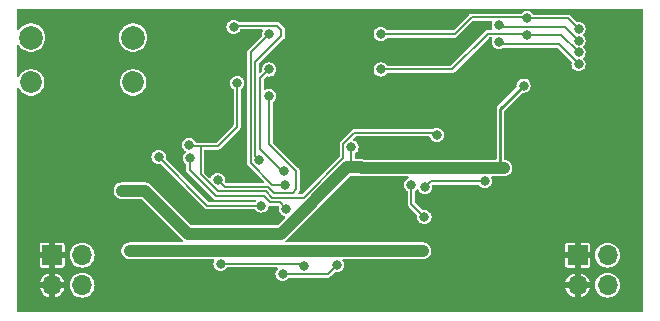
<source format=gbr>
%TF.GenerationSoftware,KiCad,Pcbnew,7.0.2-6a45011f42~172~ubuntu22.04.1*%
%TF.CreationDate,2023-06-08T14:15:44-07:00*%
%TF.ProjectId,usb-breadboard-power,7573622d-6272-4656-9164-626f6172642d,v1.0*%
%TF.SameCoordinates,Original*%
%TF.FileFunction,Copper,L2,Bot*%
%TF.FilePolarity,Positive*%
%FSLAX46Y46*%
G04 Gerber Fmt 4.6, Leading zero omitted, Abs format (unit mm)*
G04 Created by KiCad (PCBNEW 7.0.2-6a45011f42~172~ubuntu22.04.1) date 2023-06-08 14:15:44*
%MOMM*%
%LPD*%
G01*
G04 APERTURE LIST*
%TA.AperFunction,ComponentPad*%
%ADD10C,1.850000*%
%TD*%
%TA.AperFunction,ComponentPad*%
%ADD11C,2.010000*%
%TD*%
%TA.AperFunction,ComponentPad*%
%ADD12R,1.700000X1.700000*%
%TD*%
%TA.AperFunction,ComponentPad*%
%ADD13O,1.700000X1.700000*%
%TD*%
%TA.AperFunction,ViaPad*%
%ADD14C,0.800000*%
%TD*%
%TA.AperFunction,Conductor*%
%ADD15C,0.250000*%
%TD*%
%TA.AperFunction,Conductor*%
%ADD16C,1.000000*%
%TD*%
%TA.AperFunction,Conductor*%
%ADD17C,0.200000*%
%TD*%
G04 APERTURE END LIST*
D10*
%TO.P,J1,MH1*%
%TO.N,N/C*%
X93840000Y-89900000D03*
%TO.P,J1,MH2*%
X85200000Y-89900000D03*
D11*
%TO.P,J1,MH3*%
X93840000Y-86100000D03*
%TO.P,J1,MH4*%
X85200000Y-86100000D03*
%TD*%
D12*
%TO.P,J4,1,Pin_1*%
%TO.N,GND*%
X131469000Y-104525000D03*
D13*
%TO.P,J4,2,Pin_2*%
X131469000Y-107065000D03*
%TO.P,J4,3,Pin_3*%
%TO.N,Net-(J4-Pin_3)*%
X134009000Y-104525000D03*
%TO.P,J4,4,Pin_4*%
X134009000Y-107065000D03*
%TD*%
D12*
%TO.P,J3,1,Pin_1*%
%TO.N,GND*%
X86981000Y-104525000D03*
D13*
%TO.P,J3,2,Pin_2*%
X86981000Y-107065000D03*
%TO.P,J3,3,Pin_3*%
%TO.N,Net-(J3-Pin_3)*%
X89521000Y-104525000D03*
%TO.P,J3,4,Pin_4*%
X89521000Y-107065000D03*
%TD*%
D14*
%TO.N,GND*%
X92250000Y-88550000D03*
X107450000Y-93250000D03*
X92725000Y-97250000D03*
X110200000Y-85800000D03*
X118100000Y-108000000D03*
X121500000Y-100125000D03*
X101650000Y-101125000D03*
X121350000Y-106125000D03*
X113638743Y-96050500D03*
X92775000Y-94975000D03*
X98650000Y-92900000D03*
X97000000Y-106350000D03*
X118369622Y-84180378D03*
X103625000Y-108075000D03*
X115650000Y-105550000D03*
X96350000Y-102550000D03*
X86750000Y-91400000D03*
X87150000Y-94875000D03*
X86750000Y-84550000D03*
X112050000Y-105900000D03*
X111600000Y-93450000D03*
X119875000Y-95350000D03*
X101950000Y-86350000D03*
X125994975Y-88075000D03*
X133850000Y-84600000D03*
X91350000Y-92675000D03*
X133850000Y-88950000D03*
X119700000Y-93050000D03*
X86750000Y-88550000D03*
X92250000Y-84550000D03*
X129025000Y-107000000D03*
X114375000Y-93125000D03*
X87475000Y-101300000D03*
X125300000Y-99925000D03*
X116450000Y-87300000D03*
X113400000Y-101050000D03*
X118250000Y-95849500D03*
X122425000Y-95250000D03*
X110150000Y-88800000D03*
%TO.N,VBUS*%
X93900000Y-99060000D03*
X125250000Y-97150000D03*
X94840000Y-99060000D03*
X92900000Y-99060000D03*
X123425000Y-97150000D03*
X126900000Y-90159223D03*
X124375000Y-97150000D03*
X112326605Y-95384151D03*
%TO.N,+3V3*%
X117400000Y-104140000D03*
X118375000Y-104140000D03*
X93550000Y-104150000D03*
X118575000Y-98750000D03*
X94500000Y-104140000D03*
X95350000Y-104140000D03*
X123613397Y-98249500D03*
X116475000Y-104140000D03*
%TO.N,Net-(U1-Vbus_Max)*%
X108310000Y-105425500D03*
X100999500Y-98144185D03*
X105350000Y-91050000D03*
X101250000Y-105239500D03*
%TO.N,Net-(U1-VDDD)*%
X102650000Y-89950000D03*
X98565844Y-95182395D03*
X119550000Y-94350000D03*
%TO.N,Net-(U1-VCCD)*%
X111100000Y-105350000D03*
X106500000Y-106125000D03*
X106800000Y-100600000D03*
X98649500Y-96300000D03*
%TO.N,Net-(U1-Isink_Fine)*%
X105350000Y-88800000D03*
X106593762Y-97383458D03*
%TO.N,Net-(U1-Isink_Course)*%
X105350000Y-85800000D03*
X106700000Y-98550000D03*
%TO.N,Net-(J2-Pin_1)*%
X102350000Y-85200000D03*
X104499500Y-96444153D03*
%TO.N,Net-(Q1-D)*%
X96000000Y-96200000D03*
X104704596Y-100325500D03*
%TO.N,Net-(RN1-R2.1)*%
X124794975Y-85075000D03*
X131550000Y-86350497D03*
%TO.N,Net-(RN1-R4.1)*%
X131550000Y-88349503D03*
X124794975Y-86475000D03*
%TO.N,Net-(RN1-R1.1)*%
X131550000Y-85350994D03*
X127194975Y-84475000D03*
X114800000Y-85800000D03*
%TO.N,Net-(RN1-R3.1)*%
X114800000Y-88800000D03*
X127194975Y-85875000D03*
X131550000Y-87350000D03*
%TO.N,Net-(U3-SW)*%
X117400000Y-98575000D03*
X118499500Y-101275000D03*
%TD*%
D15*
%TO.N,VBUS*%
X124945000Y-92114223D02*
X126900000Y-90159223D01*
D16*
X123425000Y-97150000D02*
X124375000Y-97150000D01*
X113132608Y-97100000D02*
X111950000Y-97100000D01*
X98480000Y-102700000D02*
X94840000Y-99060000D01*
X123425000Y-97150000D02*
X113182608Y-97150000D01*
X113182608Y-97150000D02*
X113132608Y-97100000D01*
D15*
X124945000Y-96820000D02*
X124945000Y-92114223D01*
D16*
X124375000Y-97150000D02*
X125250000Y-97150000D01*
X111950000Y-97100000D02*
X106350000Y-102700000D01*
X106350000Y-102700000D02*
X98480000Y-102700000D01*
D17*
X112326605Y-96723395D02*
X112326605Y-95384151D01*
D16*
X92900000Y-99060000D02*
X94840000Y-99060000D01*
%TO.N,+3V3*%
X93560000Y-104140000D02*
X94500000Y-104140000D01*
X93560000Y-104140000D02*
X118375000Y-104140000D01*
X94500000Y-104140000D02*
X95350000Y-104140000D01*
D17*
X123613397Y-98249500D02*
X119075500Y-98249500D01*
D16*
X93550000Y-104150000D02*
X93560000Y-104140000D01*
D17*
X119075500Y-98249500D02*
X118575000Y-98750000D01*
%TO.N,Net-(U1-Vbus_Max)*%
X108124000Y-105239500D02*
X101250000Y-105239500D01*
X105224711Y-98725000D02*
X105749711Y-99250000D01*
X100999500Y-98144185D02*
X101580315Y-98725000D01*
X107650000Y-98950000D02*
X107650000Y-97400000D01*
X107350000Y-99250000D02*
X107650000Y-98950000D01*
X101580315Y-98725000D02*
X105224711Y-98725000D01*
X108310000Y-105425500D02*
X108124000Y-105239500D01*
X107650000Y-97400000D02*
X105350000Y-95100000D01*
X105749711Y-99250000D02*
X107350000Y-99250000D01*
X105350000Y-95100000D02*
X105350000Y-91050000D01*
%TO.N,Net-(U1-VDDD)*%
X99550000Y-97684635D02*
X99550000Y-95300707D01*
X105059025Y-99125000D02*
X100990365Y-99125000D01*
X100999293Y-95300707D02*
X102650000Y-93650000D01*
X119350000Y-94150000D02*
X112570806Y-94150000D01*
X98565844Y-95182395D02*
X98684156Y-95300707D01*
X119550000Y-94350000D02*
X119350000Y-94150000D01*
X111626605Y-96292025D02*
X108268630Y-99650000D01*
X102650000Y-93650000D02*
X102650000Y-89950000D01*
X98684156Y-95300707D02*
X99550000Y-95300707D01*
X105584025Y-99650000D02*
X105059025Y-99125000D01*
X108268630Y-99650000D02*
X105584025Y-99650000D01*
X112570806Y-94150000D02*
X111626605Y-95094201D01*
X111626605Y-95094201D02*
X111626605Y-96292025D01*
X100990365Y-99125000D02*
X99550000Y-97684635D01*
X99550000Y-95300707D02*
X100999293Y-95300707D01*
%TO.N,Net-(U1-VCCD)*%
X98649500Y-96300000D02*
X98649500Y-97349820D01*
X106500000Y-106125000D02*
X110325000Y-106125000D01*
X104893339Y-99525000D02*
X105418339Y-100050000D01*
X106250000Y-100050000D02*
X106800000Y-100600000D01*
X105418339Y-100050000D02*
X106250000Y-100050000D01*
X98649500Y-97349820D02*
X100824679Y-99525000D01*
X100824679Y-99525000D02*
X104893339Y-99525000D01*
X110325000Y-106125000D02*
X111100000Y-105350000D01*
%TO.N,Net-(U1-Isink_Fine)*%
X106593762Y-97383458D02*
X106483458Y-97383458D01*
X104600000Y-95500000D02*
X104600000Y-89550000D01*
X106483458Y-97383458D02*
X104600000Y-95500000D01*
X104600000Y-89550000D02*
X105350000Y-88800000D01*
%TO.N,Net-(U1-Isink_Course)*%
X103800000Y-96734603D02*
X103800000Y-87350000D01*
X105615397Y-98550000D02*
X103800000Y-96734603D01*
X106700000Y-98550000D02*
X105615397Y-98550000D01*
X103800000Y-87350000D02*
X105350000Y-85800000D01*
%TO.N,Net-(J2-Pin_1)*%
X106400000Y-85450000D02*
X106050000Y-85100000D01*
X104499500Y-96444153D02*
X104200000Y-96144653D01*
X104200000Y-96144653D02*
X104200000Y-88200000D01*
X106050000Y-85100000D02*
X102450000Y-85100000D01*
X104200000Y-88200000D02*
X106400000Y-86000000D01*
X106400000Y-86000000D02*
X106400000Y-85450000D01*
X102450000Y-85100000D02*
X102350000Y-85200000D01*
%TO.N,Net-(Q1-D)*%
X104704596Y-100325500D02*
X104704096Y-100325000D01*
X104704096Y-100325000D02*
X100125000Y-100325000D01*
X100125000Y-100325000D02*
X96000000Y-96200000D01*
%TO.N,Net-(RN1-R2.1)*%
X130374503Y-85175000D02*
X124894975Y-85175000D01*
X131550000Y-86350497D02*
X130374503Y-85175000D01*
X124894975Y-85175000D02*
X124794975Y-85075000D01*
%TO.N,Net-(RN1-R4.1)*%
X124994975Y-86675000D02*
X124794975Y-86475000D01*
X131550000Y-88349503D02*
X129875497Y-86675000D01*
X129875497Y-86675000D02*
X124994975Y-86675000D01*
%TO.N,Net-(RN1-R1.1)*%
X122494975Y-84375000D02*
X127094975Y-84375000D01*
X114800000Y-85800000D02*
X121069975Y-85800000D01*
X131550000Y-85350994D02*
X130674006Y-84475000D01*
X127094975Y-84375000D02*
X127194975Y-84475000D01*
X121069975Y-85800000D02*
X122494975Y-84375000D01*
X130674006Y-84475000D02*
X127194975Y-84475000D01*
%TO.N,Net-(RN1-R3.1)*%
X131550000Y-87350000D02*
X130075000Y-85875000D01*
X130075000Y-85875000D02*
X127194975Y-85875000D01*
X120825000Y-88800000D02*
X123850000Y-85775000D01*
X123850000Y-85775000D02*
X127094975Y-85775000D01*
X127094975Y-85775000D02*
X127194975Y-85875000D01*
X114800000Y-88800000D02*
X120825000Y-88800000D01*
%TO.N,Net-(U3-SW)*%
X117400000Y-98575000D02*
X117400000Y-100175500D01*
X117400000Y-100175500D02*
X118499500Y-101275000D01*
%TD*%
%TA.AperFunction,Conductor*%
%TO.N,GND*%
G36*
X136958691Y-83669407D02*
G01*
X136994655Y-83718907D01*
X136999500Y-83749500D01*
X136999500Y-109250500D01*
X136980593Y-109308691D01*
X136931093Y-109344655D01*
X136900500Y-109349500D01*
X84099500Y-109349500D01*
X84041309Y-109330593D01*
X84005345Y-109281093D01*
X84000500Y-109250500D01*
X84000500Y-106814999D01*
X85959588Y-106814999D01*
X85959589Y-106815000D01*
X86547314Y-106815000D01*
X86521507Y-106855156D01*
X86481000Y-106993111D01*
X86481000Y-107136889D01*
X86521507Y-107274844D01*
X86547314Y-107315000D01*
X85959589Y-107315000D01*
X86006231Y-107468763D01*
X86103730Y-107651170D01*
X86234945Y-107811054D01*
X86394829Y-107942269D01*
X86577236Y-108039768D01*
X86730999Y-108086411D01*
X86731000Y-108086411D01*
X86731000Y-107500501D01*
X86838685Y-107549680D01*
X86945237Y-107565000D01*
X87016763Y-107565000D01*
X87123315Y-107549680D01*
X87231000Y-107500501D01*
X87231000Y-108086411D01*
X87384763Y-108039768D01*
X87567170Y-107942269D01*
X87727054Y-107811054D01*
X87858269Y-107651170D01*
X87955768Y-107468763D01*
X88002411Y-107315000D01*
X87414686Y-107315000D01*
X87440493Y-107274844D01*
X87481000Y-107136889D01*
X87481000Y-107065000D01*
X88465416Y-107065000D01*
X88485699Y-107270933D01*
X88545710Y-107468763D01*
X88545768Y-107468954D01*
X88643315Y-107651450D01*
X88774590Y-107811410D01*
X88934550Y-107942685D01*
X89117046Y-108040232D01*
X89315066Y-108100300D01*
X89521000Y-108120583D01*
X89726934Y-108100300D01*
X89924954Y-108040232D01*
X90107450Y-107942685D01*
X90267410Y-107811410D01*
X90398685Y-107651450D01*
X90496232Y-107468954D01*
X90556300Y-107270934D01*
X90576583Y-107065000D01*
X90569502Y-106993111D01*
X90556300Y-106859066D01*
X90542932Y-106814999D01*
X130447588Y-106814999D01*
X130447589Y-106815000D01*
X131035314Y-106815000D01*
X131009507Y-106855156D01*
X130969000Y-106993111D01*
X130969000Y-107136889D01*
X131009507Y-107274844D01*
X131035314Y-107315000D01*
X130447589Y-107315000D01*
X130494231Y-107468763D01*
X130591730Y-107651170D01*
X130722945Y-107811054D01*
X130882829Y-107942269D01*
X131065236Y-108039768D01*
X131218999Y-108086411D01*
X131219000Y-108086411D01*
X131219000Y-107500501D01*
X131326685Y-107549680D01*
X131433237Y-107565000D01*
X131504763Y-107565000D01*
X131611315Y-107549680D01*
X131719000Y-107500501D01*
X131719000Y-108086411D01*
X131872763Y-108039768D01*
X132055170Y-107942269D01*
X132215054Y-107811054D01*
X132346269Y-107651170D01*
X132443768Y-107468763D01*
X132490411Y-107315000D01*
X131902686Y-107315000D01*
X131928493Y-107274844D01*
X131969000Y-107136889D01*
X131969000Y-107065000D01*
X132953416Y-107065000D01*
X132973699Y-107270933D01*
X133033710Y-107468763D01*
X133033768Y-107468954D01*
X133131315Y-107651450D01*
X133262590Y-107811410D01*
X133422550Y-107942685D01*
X133605046Y-108040232D01*
X133803066Y-108100300D01*
X134009000Y-108120583D01*
X134214934Y-108100300D01*
X134412954Y-108040232D01*
X134595450Y-107942685D01*
X134755410Y-107811410D01*
X134886685Y-107651450D01*
X134984232Y-107468954D01*
X135044300Y-107270934D01*
X135064583Y-107065000D01*
X135044300Y-106859066D01*
X134984232Y-106661046D01*
X134886685Y-106478550D01*
X134755410Y-106318590D01*
X134595450Y-106187315D01*
X134412954Y-106089768D01*
X134412953Y-106089767D01*
X134412952Y-106089767D01*
X134214933Y-106029699D01*
X134009000Y-106009416D01*
X133803066Y-106029699D01*
X133605047Y-106089767D01*
X133422549Y-106187315D01*
X133262590Y-106318590D01*
X133131315Y-106478549D01*
X133033767Y-106661047D01*
X132973699Y-106859066D01*
X132953416Y-107065000D01*
X131969000Y-107065000D01*
X131969000Y-106993111D01*
X131928493Y-106855156D01*
X131902686Y-106815000D01*
X132490411Y-106815000D01*
X132490411Y-106814999D01*
X132443768Y-106661236D01*
X132346269Y-106478829D01*
X132215054Y-106318945D01*
X132055170Y-106187730D01*
X131872764Y-106090232D01*
X131719000Y-106043587D01*
X131719000Y-106629498D01*
X131611315Y-106580320D01*
X131504763Y-106565000D01*
X131433237Y-106565000D01*
X131326685Y-106580320D01*
X131219000Y-106629498D01*
X131219000Y-106043588D01*
X131218999Y-106043587D01*
X131065235Y-106090232D01*
X130882829Y-106187730D01*
X130722945Y-106318945D01*
X130591730Y-106478829D01*
X130494231Y-106661236D01*
X130447588Y-106814999D01*
X90542932Y-106814999D01*
X90518423Y-106734202D01*
X90496232Y-106661046D01*
X90398685Y-106478550D01*
X90267410Y-106318590D01*
X90107450Y-106187315D01*
X89924954Y-106089768D01*
X89924953Y-106089767D01*
X89924952Y-106089767D01*
X89726933Y-106029699D01*
X89521000Y-106009416D01*
X89315066Y-106029699D01*
X89117047Y-106089767D01*
X88934549Y-106187315D01*
X88774590Y-106318590D01*
X88643315Y-106478549D01*
X88545767Y-106661047D01*
X88485699Y-106859066D01*
X88465416Y-107065000D01*
X87481000Y-107065000D01*
X87481000Y-106993111D01*
X87440493Y-106855156D01*
X87414686Y-106815000D01*
X88002411Y-106815000D01*
X88002411Y-106814999D01*
X87955768Y-106661236D01*
X87858269Y-106478829D01*
X87727054Y-106318945D01*
X87567170Y-106187730D01*
X87384764Y-106090232D01*
X87231000Y-106043587D01*
X87231000Y-106629498D01*
X87123315Y-106580320D01*
X87016763Y-106565000D01*
X86945237Y-106565000D01*
X86838685Y-106580320D01*
X86731000Y-106629498D01*
X86731000Y-106043588D01*
X86730999Y-106043587D01*
X86577235Y-106090232D01*
X86394829Y-106187730D01*
X86234945Y-106318945D01*
X86103730Y-106478829D01*
X86006231Y-106661236D01*
X85959588Y-106814999D01*
X84000500Y-106814999D01*
X84000500Y-105394697D01*
X85931000Y-105394697D01*
X85942604Y-105453036D01*
X85986807Y-105519192D01*
X86052963Y-105563395D01*
X86111303Y-105575000D01*
X86730999Y-105575000D01*
X86731000Y-105574999D01*
X86731000Y-104960501D01*
X86838685Y-105009680D01*
X86945237Y-105025000D01*
X87016763Y-105025000D01*
X87123315Y-105009680D01*
X87231000Y-104960501D01*
X87231000Y-105574999D01*
X87231001Y-105575000D01*
X87850697Y-105575000D01*
X87909036Y-105563395D01*
X87975192Y-105519192D01*
X88019395Y-105453036D01*
X88031000Y-105394697D01*
X88031000Y-104775001D01*
X88030999Y-104775000D01*
X87414686Y-104775000D01*
X87440493Y-104734844D01*
X87481000Y-104596889D01*
X87481000Y-104525000D01*
X88465416Y-104525000D01*
X88485699Y-104730933D01*
X88543573Y-104921718D01*
X88545768Y-104928954D01*
X88643315Y-105111450D01*
X88774590Y-105271410D01*
X88934550Y-105402685D01*
X89117046Y-105500232D01*
X89262017Y-105544208D01*
X89315066Y-105560300D01*
X89520999Y-105580583D01*
X89520999Y-105580582D01*
X89521000Y-105580583D01*
X89726934Y-105560300D01*
X89924954Y-105500232D01*
X90107450Y-105402685D01*
X90267410Y-105271410D01*
X90398685Y-105111450D01*
X90496232Y-104928954D01*
X90556300Y-104730934D01*
X90576583Y-104525000D01*
X90556300Y-104319066D01*
X90496232Y-104121046D01*
X90398685Y-103938550D01*
X90267410Y-103778590D01*
X90107450Y-103647315D01*
X89924954Y-103549768D01*
X89924953Y-103549767D01*
X89924952Y-103549767D01*
X89726933Y-103489699D01*
X89521000Y-103469416D01*
X89315066Y-103489699D01*
X89117047Y-103549767D01*
X88934549Y-103647315D01*
X88774590Y-103778590D01*
X88643315Y-103938549D01*
X88545767Y-104121047D01*
X88485699Y-104319066D01*
X88465416Y-104525000D01*
X87481000Y-104525000D01*
X87481000Y-104453111D01*
X87440493Y-104315156D01*
X87414686Y-104275000D01*
X88030999Y-104275000D01*
X88031000Y-104274999D01*
X88031000Y-103655302D01*
X88019395Y-103596963D01*
X87975192Y-103530807D01*
X87909036Y-103486604D01*
X87850697Y-103475000D01*
X87231000Y-103475000D01*
X87231000Y-104089498D01*
X87123315Y-104040320D01*
X87016763Y-104025000D01*
X86945237Y-104025000D01*
X86838685Y-104040320D01*
X86731000Y-104089498D01*
X86731000Y-103475001D01*
X86730999Y-103475000D01*
X86111303Y-103475000D01*
X86052963Y-103486604D01*
X85986807Y-103530807D01*
X85942604Y-103596963D01*
X85931000Y-103655302D01*
X85931000Y-104274999D01*
X85931001Y-104275000D01*
X86547314Y-104275000D01*
X86521507Y-104315156D01*
X86481000Y-104453111D01*
X86481000Y-104596889D01*
X86521507Y-104734844D01*
X86547314Y-104775000D01*
X85931001Y-104775000D01*
X85931000Y-104775001D01*
X85931000Y-105394697D01*
X84000500Y-105394697D01*
X84000500Y-99145057D01*
X92199500Y-99145057D01*
X92240209Y-99310223D01*
X92319266Y-99460854D01*
X92432069Y-99588181D01*
X92432071Y-99588183D01*
X92572070Y-99684818D01*
X92731128Y-99745140D01*
X92857628Y-99760500D01*
X94508835Y-99760500D01*
X94567026Y-99779407D01*
X94578839Y-99789496D01*
X97967597Y-103178254D01*
X97971695Y-103182609D01*
X98012068Y-103228180D01*
X98012071Y-103228183D01*
X98056754Y-103259025D01*
X98093903Y-103307641D01*
X98095381Y-103368808D01*
X98060624Y-103419163D01*
X98002908Y-103439471D01*
X98000515Y-103439500D01*
X93584144Y-103439500D01*
X93578167Y-103439319D01*
X93575841Y-103439178D01*
X93517394Y-103435642D01*
X93457484Y-103446620D01*
X93451577Y-103447519D01*
X93391125Y-103454860D01*
X93379522Y-103459260D01*
X93362273Y-103464068D01*
X93350070Y-103466304D01*
X93294533Y-103491299D01*
X93289010Y-103493586D01*
X93232070Y-103515180D01*
X93221853Y-103522232D01*
X93206259Y-103531027D01*
X93194943Y-103536120D01*
X93147000Y-103573681D01*
X93142187Y-103577223D01*
X93092070Y-103611818D01*
X93051687Y-103657399D01*
X93047593Y-103661749D01*
X93024710Y-103684633D01*
X93022869Y-103686981D01*
X93022866Y-103686986D01*
X93004742Y-103710119D01*
X93000928Y-103714694D01*
X92981950Y-103736117D01*
X92979265Y-103739149D01*
X92977895Y-103741760D01*
X92968173Y-103756795D01*
X92946121Y-103784942D01*
X92876303Y-103940069D01*
X92845641Y-104107393D01*
X92855913Y-104277195D01*
X92906521Y-104439604D01*
X92906522Y-104439606D01*
X92994528Y-104585185D01*
X93114815Y-104705472D01*
X93260394Y-104793478D01*
X93362003Y-104825140D01*
X93422804Y-104844086D01*
X93592606Y-104854358D01*
X93659377Y-104842122D01*
X93677222Y-104840500D01*
X94457628Y-104840500D01*
X95392372Y-104840500D01*
X100617131Y-104840500D01*
X100675322Y-104859407D01*
X100711286Y-104908907D01*
X100711286Y-104970093D01*
X100708600Y-104977370D01*
X100700380Y-104997218D01*
X100664955Y-105082738D01*
X100644318Y-105239499D01*
X100664955Y-105396261D01*
X100725464Y-105542341D01*
X100821717Y-105667782D01*
X100859428Y-105696718D01*
X100947159Y-105764036D01*
X101093238Y-105824544D01*
X101250000Y-105845182D01*
X101406762Y-105824544D01*
X101552841Y-105764036D01*
X101678282Y-105667782D01*
X101743904Y-105582262D01*
X101746612Y-105578733D01*
X101797036Y-105544077D01*
X101825154Y-105540000D01*
X105991219Y-105540000D01*
X106049410Y-105558907D01*
X106085374Y-105608407D01*
X106085374Y-105669593D01*
X106069761Y-105699267D01*
X105975464Y-105822157D01*
X105914955Y-105968238D01*
X105894318Y-106125000D01*
X105914955Y-106281761D01*
X105975464Y-106427841D01*
X106071717Y-106553282D01*
X106167971Y-106627139D01*
X106197159Y-106649536D01*
X106343238Y-106710044D01*
X106500000Y-106730682D01*
X106656762Y-106710044D01*
X106802841Y-106649536D01*
X106928282Y-106553282D01*
X106985626Y-106478550D01*
X106996612Y-106464233D01*
X107047036Y-106429577D01*
X107075154Y-106425500D01*
X110259835Y-106425500D01*
X110275755Y-106428097D01*
X110282764Y-106427772D01*
X110282765Y-106427773D01*
X110329641Y-106425606D01*
X110334214Y-106425500D01*
X110352844Y-106425500D01*
X110352951Y-106425480D01*
X110366571Y-106423898D01*
X110394992Y-106422585D01*
X110403982Y-106418615D01*
X110425772Y-106411866D01*
X110435433Y-106410061D01*
X110459623Y-106395082D01*
X110471722Y-106388704D01*
X110497765Y-106377206D01*
X110504710Y-106370259D01*
X110522597Y-106356091D01*
X110530952Y-106350919D01*
X110548098Y-106328212D01*
X110557086Y-106317883D01*
X110905791Y-105969179D01*
X110960306Y-105941403D01*
X110988714Y-105941031D01*
X111100000Y-105955682D01*
X111256762Y-105935044D01*
X111402841Y-105874536D01*
X111528282Y-105778282D01*
X111624536Y-105652841D01*
X111685044Y-105506762D01*
X111699798Y-105394697D01*
X130419000Y-105394697D01*
X130430604Y-105453036D01*
X130474807Y-105519192D01*
X130540963Y-105563395D01*
X130599303Y-105575000D01*
X131218999Y-105575000D01*
X131219000Y-105574999D01*
X131219000Y-104960501D01*
X131326685Y-105009680D01*
X131433237Y-105025000D01*
X131504763Y-105025000D01*
X131611315Y-105009680D01*
X131719000Y-104960501D01*
X131719000Y-105574999D01*
X131719001Y-105575000D01*
X132338697Y-105575000D01*
X132397036Y-105563395D01*
X132463192Y-105519192D01*
X132507395Y-105453036D01*
X132519000Y-105394697D01*
X132519000Y-104775001D01*
X132518999Y-104775000D01*
X131902686Y-104775000D01*
X131928493Y-104734844D01*
X131969000Y-104596889D01*
X131969000Y-104525000D01*
X132953416Y-104525000D01*
X132973699Y-104730933D01*
X133031573Y-104921718D01*
X133033768Y-104928954D01*
X133131315Y-105111450D01*
X133262590Y-105271410D01*
X133422550Y-105402685D01*
X133605046Y-105500232D01*
X133750017Y-105544208D01*
X133803066Y-105560300D01*
X134008999Y-105580583D01*
X134008999Y-105580582D01*
X134009000Y-105580583D01*
X134214934Y-105560300D01*
X134412954Y-105500232D01*
X134595450Y-105402685D01*
X134755410Y-105271410D01*
X134886685Y-105111450D01*
X134984232Y-104928954D01*
X135044300Y-104730934D01*
X135064583Y-104525000D01*
X135044300Y-104319066D01*
X134984232Y-104121046D01*
X134886685Y-103938550D01*
X134755410Y-103778590D01*
X134595450Y-103647315D01*
X134412954Y-103549768D01*
X134412953Y-103549767D01*
X134412952Y-103549767D01*
X134214933Y-103489699D01*
X134009000Y-103469416D01*
X133803066Y-103489699D01*
X133605047Y-103549767D01*
X133422549Y-103647315D01*
X133262590Y-103778590D01*
X133131315Y-103938549D01*
X133033767Y-104121047D01*
X132973699Y-104319066D01*
X132953416Y-104525000D01*
X131969000Y-104525000D01*
X131969000Y-104453111D01*
X131928493Y-104315156D01*
X131902686Y-104275000D01*
X132518999Y-104275000D01*
X132519000Y-104274998D01*
X132519000Y-103655302D01*
X132507395Y-103596963D01*
X132463192Y-103530807D01*
X132397036Y-103486604D01*
X132338697Y-103475000D01*
X131719000Y-103475000D01*
X131719000Y-104089498D01*
X131611315Y-104040320D01*
X131504763Y-104025000D01*
X131433237Y-104025000D01*
X131326685Y-104040320D01*
X131219000Y-104089498D01*
X131219000Y-103475000D01*
X130599303Y-103475000D01*
X130540963Y-103486604D01*
X130474807Y-103530807D01*
X130430604Y-103596963D01*
X130419000Y-103655302D01*
X130419000Y-104274999D01*
X130419001Y-104275000D01*
X131035314Y-104275000D01*
X131009507Y-104315156D01*
X130969000Y-104453111D01*
X130969000Y-104596889D01*
X131009507Y-104734844D01*
X131035314Y-104775000D01*
X130419001Y-104775000D01*
X130419000Y-104775001D01*
X130419000Y-105394697D01*
X111699798Y-105394697D01*
X111705682Y-105350000D01*
X111685044Y-105193238D01*
X111624536Y-105047159D01*
X111588171Y-104999767D01*
X111567747Y-104942091D01*
X111585125Y-104883425D01*
X111633666Y-104846178D01*
X111666713Y-104840500D01*
X118414385Y-104840500D01*
X118417372Y-104840500D01*
X118543872Y-104825140D01*
X118702930Y-104764818D01*
X118842929Y-104668183D01*
X118916459Y-104585185D01*
X118955733Y-104540854D01*
X118964054Y-104525000D01*
X119034790Y-104390225D01*
X119075500Y-104225056D01*
X119075500Y-104054944D01*
X119034790Y-103889775D01*
X118997048Y-103817864D01*
X118955733Y-103739145D01*
X118842930Y-103611818D01*
X118790348Y-103575523D01*
X118702930Y-103515182D01*
X118596980Y-103475001D01*
X118543870Y-103454859D01*
X118420339Y-103439860D01*
X118420334Y-103439859D01*
X118417372Y-103439500D01*
X118414385Y-103439500D01*
X106829486Y-103439500D01*
X106771295Y-103420593D01*
X106735331Y-103371093D01*
X106735331Y-103309907D01*
X106771295Y-103260407D01*
X106773248Y-103259024D01*
X106790213Y-103247313D01*
X106817929Y-103228183D01*
X106858328Y-103182580D01*
X106862377Y-103178278D01*
X112211160Y-97829496D01*
X112265678Y-97801719D01*
X112281165Y-97800500D01*
X112899888Y-97800500D01*
X112940519Y-97809222D01*
X112972677Y-97823695D01*
X112984885Y-97825932D01*
X113002148Y-97830745D01*
X113013736Y-97835140D01*
X113074183Y-97842479D01*
X113080078Y-97843376D01*
X113140002Y-97854358D01*
X113200785Y-97850681D01*
X113206763Y-97850500D01*
X117082209Y-97850500D01*
X117140400Y-97869407D01*
X117176364Y-97918907D01*
X117176364Y-97980093D01*
X117140400Y-98029593D01*
X117120097Y-98040962D01*
X117112408Y-98044147D01*
X117097157Y-98050464D01*
X116971717Y-98146717D01*
X116875464Y-98272158D01*
X116814955Y-98418238D01*
X116794318Y-98574999D01*
X116814955Y-98731761D01*
X116875464Y-98877841D01*
X116971715Y-99003279D01*
X116971716Y-99003280D01*
X116971718Y-99003282D01*
X117060769Y-99071613D01*
X117095423Y-99122035D01*
X117099500Y-99150153D01*
X117099500Y-100110334D01*
X117096902Y-100126258D01*
X117099394Y-100180141D01*
X117099500Y-100184713D01*
X117099500Y-100203345D01*
X117099521Y-100203458D01*
X117101101Y-100217078D01*
X117102414Y-100245491D01*
X117106384Y-100254482D01*
X117113132Y-100276273D01*
X117114938Y-100285932D01*
X117129911Y-100310116D01*
X117136300Y-100322236D01*
X117147794Y-100348265D01*
X117147795Y-100348266D01*
X117154743Y-100355215D01*
X117168910Y-100373100D01*
X117174081Y-100381453D01*
X117196772Y-100398587D01*
X117207117Y-100407588D01*
X117880319Y-101080790D01*
X117908096Y-101135307D01*
X117908468Y-101163715D01*
X117893818Y-101274999D01*
X117914455Y-101431761D01*
X117974964Y-101577841D01*
X118071217Y-101703282D01*
X118167470Y-101777139D01*
X118196659Y-101799536D01*
X118342738Y-101860044D01*
X118499500Y-101880682D01*
X118656262Y-101860044D01*
X118802341Y-101799536D01*
X118927782Y-101703282D01*
X119024036Y-101577841D01*
X119084544Y-101431762D01*
X119105182Y-101275000D01*
X119084544Y-101118238D01*
X119024036Y-100972159D01*
X118992593Y-100931181D01*
X118927782Y-100846717D01*
X118802341Y-100750464D01*
X118656261Y-100689955D01*
X118520136Y-100672034D01*
X118499500Y-100669318D01*
X118499499Y-100669318D01*
X118388215Y-100683968D01*
X118328055Y-100672818D01*
X118305290Y-100655819D01*
X117729496Y-100080025D01*
X117701719Y-100025508D01*
X117700500Y-100010021D01*
X117700500Y-99150153D01*
X117719407Y-99091962D01*
X117739227Y-99071615D01*
X117828282Y-99003282D01*
X117842416Y-98984862D01*
X117854856Y-98968651D01*
X117905280Y-98933995D01*
X117966445Y-98935596D01*
X118014986Y-98972844D01*
X118024861Y-98991030D01*
X118031134Y-99006174D01*
X118050464Y-99052841D01*
X118146717Y-99178282D01*
X118242971Y-99252139D01*
X118272159Y-99274536D01*
X118418238Y-99335044D01*
X118575000Y-99355682D01*
X118731762Y-99335044D01*
X118877841Y-99274536D01*
X119003282Y-99178282D01*
X119099536Y-99052841D01*
X119160044Y-98906762D01*
X119180682Y-98750000D01*
X119169086Y-98661920D01*
X119180236Y-98601761D01*
X119224618Y-98559644D01*
X119267239Y-98550000D01*
X123038243Y-98550000D01*
X123096434Y-98568907D01*
X123116785Y-98588733D01*
X123185114Y-98677782D01*
X123250898Y-98728259D01*
X123310556Y-98774036D01*
X123456635Y-98834544D01*
X123613397Y-98855182D01*
X123770159Y-98834544D01*
X123916238Y-98774036D01*
X124041679Y-98677782D01*
X124137933Y-98552341D01*
X124198441Y-98406262D01*
X124219079Y-98249500D01*
X124198441Y-98092738D01*
X124154801Y-97987383D01*
X124150001Y-97926389D01*
X124181970Y-97874220D01*
X124238498Y-97850805D01*
X124246266Y-97850500D01*
X125289385Y-97850500D01*
X125292372Y-97850500D01*
X125418872Y-97835140D01*
X125577930Y-97774818D01*
X125717929Y-97678183D01*
X125774331Y-97614517D01*
X125830733Y-97550854D01*
X125843180Y-97527139D01*
X125909790Y-97400225D01*
X125950500Y-97235056D01*
X125950500Y-97064944D01*
X125941689Y-97029197D01*
X125909790Y-96899776D01*
X125909790Y-96899775D01*
X125863289Y-96811176D01*
X125830733Y-96749145D01*
X125717930Y-96621818D01*
X125717929Y-96621817D01*
X125577930Y-96525182D01*
X125418872Y-96464860D01*
X125357566Y-96457416D01*
X125302079Y-96431632D01*
X125272344Y-96378158D01*
X125270500Y-96359138D01*
X125270500Y-92290055D01*
X125289407Y-92231864D01*
X125299490Y-92220057D01*
X126737034Y-90782513D01*
X126791549Y-90754738D01*
X126819952Y-90754366D01*
X126900000Y-90764905D01*
X127056762Y-90744267D01*
X127202841Y-90683759D01*
X127328282Y-90587505D01*
X127424536Y-90462064D01*
X127485044Y-90315985D01*
X127505682Y-90159223D01*
X127485044Y-90002461D01*
X127424536Y-89856382D01*
X127376084Y-89793238D01*
X127328282Y-89730940D01*
X127202841Y-89634687D01*
X127056761Y-89574178D01*
X126900000Y-89553541D01*
X126743238Y-89574178D01*
X126597158Y-89634687D01*
X126471717Y-89730940D01*
X126375464Y-89856381D01*
X126314955Y-90002461D01*
X126294318Y-90159223D01*
X126304855Y-90239264D01*
X126293705Y-90299424D01*
X126276706Y-90322189D01*
X124727940Y-91870955D01*
X124721574Y-91876788D01*
X124691804Y-91901768D01*
X124672371Y-91935427D01*
X124667734Y-91942707D01*
X124645444Y-91974541D01*
X124645053Y-91976003D01*
X124635168Y-91999868D01*
X124634410Y-92001179D01*
X124627662Y-92039446D01*
X124625794Y-92047872D01*
X124615735Y-92085415D01*
X124619122Y-92124128D01*
X124619499Y-92132756D01*
X124619500Y-96350500D01*
X124600593Y-96408691D01*
X124551093Y-96444655D01*
X124520500Y-96449500D01*
X113415328Y-96449500D01*
X113374698Y-96440778D01*
X113342540Y-96426305D01*
X113330329Y-96424067D01*
X113313073Y-96419256D01*
X113301481Y-96414860D01*
X113241045Y-96407521D01*
X113235137Y-96406622D01*
X113175212Y-96395641D01*
X113114431Y-96399319D01*
X113108453Y-96399500D01*
X112726105Y-96399500D01*
X112667914Y-96380593D01*
X112631950Y-96331093D01*
X112627105Y-96300500D01*
X112627105Y-95959304D01*
X112646012Y-95901113D01*
X112665832Y-95880766D01*
X112754887Y-95812433D01*
X112851141Y-95686992D01*
X112911649Y-95540913D01*
X112932287Y-95384151D01*
X112911649Y-95227389D01*
X112851141Y-95081310D01*
X112792657Y-95005092D01*
X112754887Y-94955868D01*
X112629447Y-94859615D01*
X112561672Y-94831542D01*
X112523591Y-94815768D01*
X112477067Y-94776032D01*
X112462783Y-94716537D01*
X112486198Y-94660009D01*
X112491475Y-94654301D01*
X112548426Y-94597351D01*
X112666280Y-94479496D01*
X112720797Y-94451719D01*
X112736284Y-94450500D01*
X118875502Y-94450500D01*
X118933693Y-94469407D01*
X118966966Y-94511614D01*
X119025464Y-94652842D01*
X119121717Y-94778282D01*
X119170572Y-94815769D01*
X119247159Y-94874536D01*
X119393238Y-94935044D01*
X119550000Y-94955682D01*
X119706762Y-94935044D01*
X119852841Y-94874536D01*
X119978282Y-94778282D01*
X120074536Y-94652841D01*
X120135044Y-94506762D01*
X120155682Y-94350000D01*
X120135044Y-94193238D01*
X120074536Y-94047159D01*
X120005445Y-93957117D01*
X119978282Y-93921717D01*
X119852841Y-93825464D01*
X119706761Y-93764955D01*
X119550000Y-93744318D01*
X119393238Y-93764955D01*
X119247160Y-93825463D01*
X119247158Y-93825464D01*
X119247159Y-93825464D01*
X119242493Y-93829043D01*
X119184820Y-93849466D01*
X119182229Y-93849500D01*
X112635972Y-93849500D01*
X112620051Y-93846902D01*
X112566165Y-93849394D01*
X112561593Y-93849500D01*
X112542960Y-93849500D01*
X112542837Y-93849523D01*
X112529226Y-93851101D01*
X112500815Y-93852414D01*
X112491822Y-93856385D01*
X112470033Y-93863132D01*
X112460371Y-93864938D01*
X112436186Y-93879912D01*
X112424065Y-93886301D01*
X112398040Y-93897792D01*
X112391090Y-93904743D01*
X112373214Y-93918903D01*
X112364854Y-93924080D01*
X112347713Y-93946777D01*
X112338716Y-93957117D01*
X111460194Y-94835639D01*
X111447102Y-94845060D01*
X111410746Y-94884938D01*
X111407594Y-94888239D01*
X111394430Y-94901404D01*
X111394359Y-94901508D01*
X111385861Y-94912235D01*
X111366688Y-94933268D01*
X111363135Y-94942439D01*
X111352500Y-94962615D01*
X111346948Y-94970720D01*
X111340435Y-94998408D01*
X111336382Y-95011497D01*
X111326105Y-95038027D01*
X111326105Y-95047854D01*
X111323475Y-95070519D01*
X111321226Y-95080082D01*
X111324972Y-95106934D01*
X111325156Y-95108254D01*
X111326105Y-95121931D01*
X111326105Y-96126546D01*
X111307198Y-96184737D01*
X111297109Y-96196550D01*
X108173155Y-99320504D01*
X108118638Y-99348281D01*
X108103151Y-99349500D01*
X107916646Y-99349500D01*
X107858455Y-99330593D01*
X107822491Y-99281093D01*
X107822491Y-99219907D01*
X107843483Y-99183806D01*
X107865855Y-99159264D01*
X107868994Y-99155975D01*
X107882174Y-99142797D01*
X107882238Y-99142702D01*
X107890745Y-99131961D01*
X107909916Y-99110933D01*
X107913466Y-99101766D01*
X107924104Y-99081585D01*
X107929656Y-99073481D01*
X107936169Y-99045785D01*
X107940221Y-99032702D01*
X107950500Y-99006173D01*
X107950500Y-98996342D01*
X107953128Y-98973685D01*
X107955379Y-98964119D01*
X107951448Y-98935951D01*
X107950499Y-98922271D01*
X107950499Y-98210767D01*
X107950499Y-97465159D01*
X107953097Y-97449245D01*
X107950606Y-97395357D01*
X107950500Y-97390785D01*
X107950500Y-97372156D01*
X107950480Y-97372050D01*
X107948898Y-97358430D01*
X107947585Y-97330008D01*
X107943612Y-97321012D01*
X107936866Y-97299223D01*
X107935061Y-97289567D01*
X107932018Y-97284653D01*
X107920088Y-97265384D01*
X107913696Y-97253257D01*
X107902205Y-97227233D01*
X107895256Y-97220284D01*
X107881090Y-97202399D01*
X107875919Y-97194048D01*
X107853221Y-97176907D01*
X107842879Y-97167908D01*
X105679496Y-95004524D01*
X105651719Y-94950007D01*
X105650500Y-94934520D01*
X105650500Y-91625153D01*
X105669407Y-91566962D01*
X105689227Y-91546615D01*
X105778282Y-91478282D01*
X105874536Y-91352841D01*
X105935044Y-91206762D01*
X105955682Y-91050000D01*
X105935044Y-90893238D01*
X105874536Y-90747159D01*
X105825887Y-90683758D01*
X105778282Y-90621717D01*
X105652841Y-90525464D01*
X105506761Y-90464955D01*
X105350000Y-90444318D01*
X105193238Y-90464955D01*
X105037386Y-90529512D01*
X104976389Y-90534313D01*
X104924220Y-90502343D01*
X104900805Y-90445815D01*
X104900500Y-90438048D01*
X104900500Y-89715477D01*
X104919407Y-89657286D01*
X104929484Y-89645486D01*
X105155791Y-89419178D01*
X105210306Y-89391403D01*
X105238714Y-89391031D01*
X105350000Y-89405682D01*
X105506762Y-89385044D01*
X105652841Y-89324536D01*
X105778282Y-89228282D01*
X105874536Y-89102841D01*
X105935044Y-88956762D01*
X105955682Y-88800000D01*
X114194318Y-88800000D01*
X114214955Y-88956761D01*
X114275464Y-89102841D01*
X114371717Y-89228282D01*
X114467970Y-89302139D01*
X114497159Y-89324536D01*
X114643238Y-89385044D01*
X114800000Y-89405682D01*
X114956762Y-89385044D01*
X115102841Y-89324536D01*
X115228282Y-89228282D01*
X115296610Y-89139233D01*
X115347036Y-89104577D01*
X115375154Y-89100500D01*
X120759835Y-89100500D01*
X120775755Y-89103097D01*
X120782764Y-89102772D01*
X120782765Y-89102773D01*
X120829641Y-89100606D01*
X120834214Y-89100500D01*
X120852844Y-89100500D01*
X120852951Y-89100480D01*
X120866571Y-89098898D01*
X120894992Y-89097585D01*
X120903982Y-89093615D01*
X120925772Y-89086866D01*
X120935433Y-89085061D01*
X120959623Y-89070082D01*
X120971722Y-89063704D01*
X120997765Y-89052206D01*
X121004710Y-89045259D01*
X121022597Y-89031091D01*
X121030952Y-89025919D01*
X121048095Y-89003216D01*
X121057082Y-88992887D01*
X123945474Y-86104496D01*
X123999992Y-86076719D01*
X124015479Y-86075500D01*
X124162313Y-86075500D01*
X124220504Y-86094407D01*
X124256468Y-86143907D01*
X124256468Y-86205093D01*
X124253781Y-86212372D01*
X124237408Y-86251901D01*
X124209930Y-86318238D01*
X124189293Y-86475000D01*
X124209930Y-86631761D01*
X124270439Y-86777841D01*
X124366692Y-86903282D01*
X124390719Y-86921718D01*
X124492134Y-86999536D01*
X124638213Y-87060044D01*
X124794975Y-87080682D01*
X124951737Y-87060044D01*
X125097816Y-86999536D01*
X125102481Y-86995956D01*
X125160155Y-86975534D01*
X125162746Y-86975500D01*
X129710018Y-86975500D01*
X129768209Y-86994407D01*
X129780022Y-87004496D01*
X130930819Y-88155293D01*
X130958596Y-88209810D01*
X130958968Y-88238218D01*
X130944318Y-88349502D01*
X130964955Y-88506264D01*
X131025464Y-88652344D01*
X131121717Y-88777785D01*
X131217971Y-88851642D01*
X131247159Y-88874039D01*
X131393238Y-88934547D01*
X131550000Y-88955185D01*
X131706762Y-88934547D01*
X131852841Y-88874039D01*
X131978282Y-88777785D01*
X132074536Y-88652344D01*
X132135044Y-88506265D01*
X132155682Y-88349503D01*
X132135044Y-88192741D01*
X132074536Y-88046662D01*
X132053256Y-88018929D01*
X131970348Y-87910880D01*
X131973742Y-87908275D01*
X131952850Y-87877894D01*
X131954436Y-87816729D01*
X131973243Y-87790845D01*
X131970347Y-87788623D01*
X132020141Y-87723730D01*
X132074536Y-87652841D01*
X132135044Y-87506762D01*
X132155682Y-87350000D01*
X132135044Y-87193238D01*
X132074536Y-87047159D01*
X132037993Y-86999535D01*
X131970348Y-86911377D01*
X131973742Y-86908772D01*
X131952850Y-86878391D01*
X131954436Y-86817226D01*
X131973243Y-86791342D01*
X131970347Y-86789120D01*
X132010085Y-86737332D01*
X132074536Y-86653338D01*
X132135044Y-86507259D01*
X132155682Y-86350497D01*
X132135044Y-86193735D01*
X132074536Y-86047656D01*
X132032505Y-85992880D01*
X131970348Y-85911874D01*
X131973742Y-85909269D01*
X131952850Y-85878888D01*
X131954436Y-85817723D01*
X131973243Y-85791839D01*
X131970347Y-85789617D01*
X132020286Y-85724535D01*
X132074536Y-85653835D01*
X132135044Y-85507756D01*
X132155682Y-85350994D01*
X132135044Y-85194232D01*
X132074536Y-85048153D01*
X132030506Y-84990772D01*
X131978282Y-84922711D01*
X131852841Y-84826458D01*
X131706761Y-84765949D01*
X131570636Y-84748028D01*
X131550000Y-84745312D01*
X131549999Y-84745312D01*
X131438715Y-84759962D01*
X131378555Y-84748812D01*
X131355790Y-84731813D01*
X130932572Y-84308595D01*
X130923151Y-84295501D01*
X130883279Y-84259152D01*
X130879973Y-84255995D01*
X130866802Y-84242825D01*
X130866703Y-84242757D01*
X130855960Y-84234247D01*
X130834940Y-84215085D01*
X130834939Y-84215084D01*
X130825768Y-84211531D01*
X130805593Y-84200896D01*
X130797487Y-84195344D01*
X130769803Y-84188832D01*
X130756710Y-84184777D01*
X130730181Y-84174500D01*
X130730179Y-84174500D01*
X130720354Y-84174500D01*
X130697688Y-84171870D01*
X130688125Y-84169621D01*
X130688124Y-84169621D01*
X130659953Y-84173551D01*
X130646275Y-84174500D01*
X127770129Y-84174500D01*
X127711938Y-84155593D01*
X127691587Y-84135767D01*
X127623257Y-84046717D01*
X127497816Y-83950464D01*
X127351736Y-83889955D01*
X127215611Y-83872034D01*
X127194975Y-83869318D01*
X127194974Y-83869318D01*
X127038213Y-83889955D01*
X126892133Y-83950464D01*
X126757148Y-84054042D01*
X126699472Y-84074466D01*
X126696881Y-84074500D01*
X122560140Y-84074500D01*
X122544219Y-84071902D01*
X122490333Y-84074394D01*
X122485761Y-84074500D01*
X122467129Y-84074500D01*
X122467006Y-84074523D01*
X122453395Y-84076101D01*
X122424982Y-84077414D01*
X122415984Y-84081387D01*
X122394199Y-84088133D01*
X122389686Y-84088977D01*
X122384540Y-84089939D01*
X122360362Y-84104909D01*
X122348240Y-84111299D01*
X122322207Y-84122794D01*
X122315254Y-84129747D01*
X122297377Y-84143907D01*
X122289024Y-84149079D01*
X122271885Y-84171774D01*
X122262887Y-84182113D01*
X120974500Y-85470503D01*
X120919983Y-85498281D01*
X120904496Y-85499500D01*
X115375154Y-85499500D01*
X115316963Y-85480593D01*
X115296612Y-85460767D01*
X115228282Y-85371717D01*
X115102841Y-85275464D01*
X114956761Y-85214955D01*
X114800000Y-85194318D01*
X114643238Y-85214955D01*
X114497158Y-85275464D01*
X114371717Y-85371717D01*
X114275464Y-85497158D01*
X114214955Y-85643238D01*
X114194318Y-85800000D01*
X114214955Y-85956761D01*
X114275464Y-86102841D01*
X114371717Y-86228282D01*
X114411186Y-86258567D01*
X114497159Y-86324536D01*
X114643238Y-86385044D01*
X114800000Y-86405682D01*
X114956762Y-86385044D01*
X115102841Y-86324536D01*
X115228282Y-86228282D01*
X115242876Y-86209263D01*
X115296612Y-86139233D01*
X115347036Y-86104577D01*
X115375154Y-86100500D01*
X121004810Y-86100500D01*
X121020730Y-86103097D01*
X121027739Y-86102772D01*
X121027740Y-86102773D01*
X121074616Y-86100606D01*
X121079189Y-86100500D01*
X121097819Y-86100500D01*
X121097926Y-86100480D01*
X121111546Y-86098898D01*
X121139967Y-86097585D01*
X121148957Y-86093615D01*
X121170747Y-86086866D01*
X121180408Y-86085061D01*
X121204598Y-86070082D01*
X121216697Y-86063704D01*
X121242740Y-86052206D01*
X121249685Y-86045259D01*
X121267572Y-86031091D01*
X121275927Y-86025919D01*
X121293070Y-86003216D01*
X121302057Y-85992887D01*
X122590449Y-84704496D01*
X122644967Y-84676719D01*
X122660454Y-84675500D01*
X124162313Y-84675500D01*
X124220504Y-84694407D01*
X124256468Y-84743907D01*
X124256468Y-84805093D01*
X124253781Y-84812372D01*
X124242303Y-84840085D01*
X124209930Y-84918238D01*
X124189293Y-85075000D01*
X124209930Y-85231761D01*
X124231669Y-85284243D01*
X124253777Y-85337615D01*
X124258578Y-85398611D01*
X124226609Y-85450780D01*
X124170081Y-85474195D01*
X124162313Y-85474500D01*
X123915165Y-85474500D01*
X123899244Y-85471902D01*
X123845358Y-85474394D01*
X123840786Y-85474500D01*
X123822154Y-85474500D01*
X123822031Y-85474523D01*
X123808420Y-85476101D01*
X123780008Y-85477414D01*
X123771015Y-85481385D01*
X123749228Y-85488132D01*
X123739566Y-85489938D01*
X123715381Y-85504912D01*
X123703261Y-85511301D01*
X123677234Y-85522794D01*
X123670285Y-85529743D01*
X123652408Y-85543904D01*
X123644047Y-85549081D01*
X123626907Y-85571777D01*
X123617910Y-85582117D01*
X120729525Y-88470504D01*
X120675008Y-88498281D01*
X120659521Y-88499500D01*
X115375154Y-88499500D01*
X115316963Y-88480593D01*
X115296612Y-88460767D01*
X115228282Y-88371717D01*
X115102841Y-88275464D01*
X114956761Y-88214955D01*
X114800000Y-88194318D01*
X114643238Y-88214955D01*
X114497158Y-88275464D01*
X114371717Y-88371717D01*
X114275464Y-88497158D01*
X114214955Y-88643238D01*
X114194318Y-88800000D01*
X105955682Y-88800000D01*
X105935044Y-88643238D01*
X105874536Y-88497159D01*
X105846612Y-88460767D01*
X105778282Y-88371717D01*
X105652841Y-88275464D01*
X105506761Y-88214955D01*
X105350000Y-88194318D01*
X105193238Y-88214955D01*
X105047158Y-88275464D01*
X104921717Y-88371717D01*
X104825464Y-88497158D01*
X104764955Y-88643238D01*
X104744318Y-88800000D01*
X104758968Y-88911283D01*
X104747818Y-88971443D01*
X104730819Y-88994208D01*
X104669503Y-89055524D01*
X104614986Y-89083301D01*
X104554554Y-89073730D01*
X104511289Y-89030465D01*
X104500500Y-88985524D01*
X104500500Y-88365477D01*
X104519407Y-88307287D01*
X104529490Y-88295480D01*
X106566405Y-86258564D01*
X106579496Y-86249147D01*
X106584225Y-86243959D01*
X106584228Y-86243958D01*
X106615877Y-86209239D01*
X106618994Y-86205975D01*
X106632174Y-86192797D01*
X106632238Y-86192702D01*
X106640745Y-86181961D01*
X106659916Y-86160933D01*
X106663464Y-86151771D01*
X106674103Y-86131587D01*
X106679657Y-86123481D01*
X106686171Y-86095782D01*
X106690220Y-86082705D01*
X106700500Y-86056173D01*
X106700500Y-86046346D01*
X106703130Y-86023679D01*
X106705379Y-86014119D01*
X106701447Y-85985931D01*
X106700499Y-85972282D01*
X106700499Y-85515173D01*
X106703097Y-85499253D01*
X106702666Y-85489938D01*
X106700606Y-85445358D01*
X106700500Y-85440786D01*
X106700500Y-85422156D01*
X106700480Y-85422050D01*
X106698898Y-85408430D01*
X106697585Y-85380009D01*
X106693614Y-85371016D01*
X106686866Y-85349225D01*
X106685061Y-85339567D01*
X106683852Y-85337614D01*
X106670086Y-85315381D01*
X106663693Y-85303251D01*
X106652206Y-85277234D01*
X106645256Y-85270284D01*
X106631090Y-85252399D01*
X106625919Y-85244048D01*
X106603221Y-85226907D01*
X106592879Y-85217908D01*
X106308566Y-84933595D01*
X106299145Y-84920501D01*
X106259273Y-84884152D01*
X106255967Y-84880995D01*
X106242796Y-84867825D01*
X106242697Y-84867757D01*
X106231954Y-84859247D01*
X106210934Y-84840085D01*
X106210933Y-84840084D01*
X106201762Y-84836531D01*
X106181587Y-84825896D01*
X106173481Y-84820344D01*
X106145797Y-84813832D01*
X106132704Y-84809777D01*
X106106175Y-84799500D01*
X106106173Y-84799500D01*
X106096348Y-84799500D01*
X106073682Y-84796870D01*
X106064119Y-84794621D01*
X106064118Y-84794621D01*
X106035947Y-84798551D01*
X106022269Y-84799500D01*
X102848094Y-84799500D01*
X102789903Y-84780593D01*
X102787827Y-84779042D01*
X102652841Y-84675464D01*
X102506761Y-84614955D01*
X102350000Y-84594318D01*
X102193238Y-84614955D01*
X102047158Y-84675464D01*
X101921717Y-84771717D01*
X101825464Y-84897158D01*
X101764955Y-85043238D01*
X101744318Y-85200000D01*
X101764955Y-85356761D01*
X101825464Y-85502841D01*
X101921717Y-85628282D01*
X102003157Y-85690772D01*
X102047159Y-85724536D01*
X102193238Y-85785044D01*
X102350000Y-85805682D01*
X102506762Y-85785044D01*
X102652841Y-85724536D01*
X102778282Y-85628282D01*
X102874536Y-85502841D01*
X102891613Y-85461612D01*
X102931351Y-85415088D01*
X102983077Y-85400500D01*
X104717338Y-85400500D01*
X104775529Y-85419407D01*
X104811493Y-85468907D01*
X104811493Y-85530093D01*
X104808806Y-85537372D01*
X104795449Y-85569621D01*
X104764955Y-85643238D01*
X104744318Y-85800000D01*
X104758968Y-85911283D01*
X104747818Y-85971443D01*
X104730819Y-85994208D01*
X103633589Y-87091438D01*
X103620497Y-87100859D01*
X103584141Y-87140737D01*
X103580989Y-87144038D01*
X103567825Y-87157203D01*
X103567754Y-87157307D01*
X103559256Y-87168034D01*
X103540083Y-87189067D01*
X103536530Y-87198238D01*
X103525895Y-87218414D01*
X103520343Y-87226519D01*
X103513830Y-87254207D01*
X103509777Y-87267296D01*
X103499500Y-87293826D01*
X103499500Y-87303653D01*
X103496870Y-87326319D01*
X103494621Y-87335879D01*
X103498551Y-87364053D01*
X103499500Y-87377730D01*
X103499500Y-96669437D01*
X103496902Y-96685361D01*
X103499394Y-96739244D01*
X103499500Y-96743816D01*
X103499500Y-96762448D01*
X103499521Y-96762561D01*
X103501101Y-96776181D01*
X103502414Y-96804594D01*
X103506384Y-96813585D01*
X103513132Y-96835376D01*
X103514938Y-96845035D01*
X103529911Y-96869219D01*
X103536300Y-96881339D01*
X103547794Y-96907368D01*
X103547795Y-96907369D01*
X103554743Y-96914318D01*
X103568910Y-96932203D01*
X103574081Y-96940556D01*
X103596772Y-96957690D01*
X103607117Y-96966691D01*
X104895922Y-98255496D01*
X104923699Y-98310013D01*
X104914128Y-98370445D01*
X104870863Y-98413710D01*
X104825918Y-98424500D01*
X101745795Y-98424500D01*
X101687604Y-98405593D01*
X101675791Y-98395504D01*
X101618680Y-98338393D01*
X101590903Y-98283876D01*
X101590531Y-98255470D01*
X101605182Y-98144185D01*
X101584544Y-97987423D01*
X101524036Y-97841344D01*
X101472988Y-97774817D01*
X101427782Y-97715902D01*
X101302341Y-97619649D01*
X101156261Y-97559140D01*
X101012534Y-97540219D01*
X100999500Y-97538503D01*
X100999499Y-97538503D01*
X100842738Y-97559140D01*
X100696658Y-97619649D01*
X100571217Y-97715902D01*
X100474964Y-97841343D01*
X100431118Y-97947196D01*
X100391381Y-97993722D01*
X100331886Y-98008005D01*
X100275358Y-97984590D01*
X100269650Y-97979314D01*
X99879496Y-97589160D01*
X99851719Y-97534643D01*
X99850500Y-97519156D01*
X99850500Y-95700207D01*
X99869407Y-95642016D01*
X99918907Y-95606052D01*
X99949500Y-95601207D01*
X100934128Y-95601207D01*
X100950048Y-95603804D01*
X100957057Y-95603479D01*
X100957058Y-95603480D01*
X101003934Y-95601313D01*
X101008507Y-95601207D01*
X101027137Y-95601207D01*
X101027244Y-95601187D01*
X101040864Y-95599605D01*
X101069285Y-95598292D01*
X101078275Y-95594322D01*
X101100065Y-95587573D01*
X101109726Y-95585768D01*
X101133916Y-95570789D01*
X101146015Y-95564411D01*
X101172058Y-95552913D01*
X101179003Y-95545966D01*
X101196890Y-95531798D01*
X101205245Y-95526626D01*
X101222388Y-95503923D01*
X101231375Y-95493594D01*
X102816405Y-93908564D01*
X102829496Y-93899147D01*
X102834225Y-93893959D01*
X102834228Y-93893958D01*
X102865877Y-93859239D01*
X102868994Y-93855975D01*
X102882174Y-93842797D01*
X102882238Y-93842702D01*
X102890745Y-93831961D01*
X102909916Y-93810933D01*
X102913466Y-93801766D01*
X102924104Y-93781585D01*
X102929656Y-93773481D01*
X102936169Y-93745785D01*
X102940221Y-93732702D01*
X102950500Y-93706173D01*
X102950500Y-93696342D01*
X102953128Y-93673685D01*
X102955379Y-93664119D01*
X102951448Y-93635951D01*
X102950499Y-93622271D01*
X102950499Y-92085415D01*
X102950499Y-90525149D01*
X102969406Y-90466962D01*
X102989227Y-90446615D01*
X103078282Y-90378282D01*
X103078285Y-90378279D01*
X103096451Y-90354603D01*
X103174536Y-90252841D01*
X103235044Y-90106762D01*
X103255682Y-89950000D01*
X103235044Y-89793238D01*
X103174536Y-89647159D01*
X103102701Y-89553541D01*
X103078282Y-89521717D01*
X102952841Y-89425464D01*
X102806761Y-89364955D01*
X102650000Y-89344318D01*
X102493238Y-89364955D01*
X102347158Y-89425464D01*
X102221717Y-89521717D01*
X102125464Y-89647158D01*
X102064955Y-89793238D01*
X102044318Y-89950000D01*
X102064955Y-90106761D01*
X102125464Y-90252841D01*
X102221715Y-90378279D01*
X102221716Y-90378280D01*
X102221718Y-90378282D01*
X102310769Y-90446613D01*
X102345423Y-90497035D01*
X102349500Y-90525153D01*
X102349500Y-93484521D01*
X102330593Y-93542712D01*
X102320504Y-93554525D01*
X100903818Y-94971211D01*
X100849301Y-94998988D01*
X100833814Y-95000207D01*
X99605727Y-95000207D01*
X99578636Y-94996428D01*
X99578207Y-94996306D01*
X99540662Y-94999785D01*
X99531528Y-95000207D01*
X99206506Y-95000207D01*
X99148315Y-94981300D01*
X99115042Y-94939093D01*
X99103917Y-94912235D01*
X99090380Y-94879554D01*
X99028651Y-94799107D01*
X98994126Y-94754112D01*
X98868685Y-94657859D01*
X98722605Y-94597350D01*
X98565844Y-94576713D01*
X98409082Y-94597350D01*
X98263002Y-94657859D01*
X98137561Y-94754112D01*
X98041308Y-94879553D01*
X97980799Y-95025633D01*
X97960162Y-95182394D01*
X97980799Y-95339156D01*
X98041308Y-95485236D01*
X98137559Y-95610674D01*
X98137560Y-95610675D01*
X98137562Y-95610677D01*
X98247131Y-95694752D01*
X98281785Y-95745174D01*
X98280184Y-95806338D01*
X98247131Y-95851833D01*
X98221217Y-95871717D01*
X98124964Y-95997158D01*
X98064455Y-96143238D01*
X98043818Y-96300000D01*
X98064455Y-96456761D01*
X98124964Y-96602841D01*
X98221215Y-96728279D01*
X98221216Y-96728280D01*
X98221218Y-96728282D01*
X98310269Y-96796613D01*
X98344923Y-96847035D01*
X98349000Y-96875153D01*
X98348999Y-97284653D01*
X98346402Y-97300576D01*
X98348894Y-97354460D01*
X98349000Y-97359032D01*
X98349000Y-97377665D01*
X98349021Y-97377778D01*
X98350601Y-97391398D01*
X98351914Y-97419810D01*
X98355884Y-97428801D01*
X98362633Y-97450592D01*
X98364439Y-97460253D01*
X98379412Y-97484436D01*
X98385803Y-97496561D01*
X98397294Y-97522586D01*
X98404243Y-97529535D01*
X98418410Y-97547420D01*
X98423581Y-97555773D01*
X98446272Y-97572907D01*
X98456617Y-97581908D01*
X100566115Y-99691407D01*
X100575536Y-99704501D01*
X100615405Y-99740847D01*
X100618710Y-99744003D01*
X100631880Y-99757173D01*
X100631974Y-99757237D01*
X100642718Y-99765746D01*
X100663746Y-99784916D01*
X100672909Y-99788465D01*
X100693092Y-99799103D01*
X100701198Y-99804656D01*
X100728890Y-99811169D01*
X100741977Y-99815222D01*
X100768506Y-99825500D01*
X100778331Y-99825500D01*
X100801001Y-99828131D01*
X100805252Y-99829131D01*
X100814097Y-99834495D01*
X100831563Y-99827450D01*
X100838731Y-99826450D01*
X100852410Y-99825500D01*
X104130593Y-99825500D01*
X104188784Y-99844407D01*
X104224748Y-99893907D01*
X104224748Y-99955093D01*
X104209147Y-99984751D01*
X104208380Y-99985751D01*
X104157963Y-100020417D01*
X104129826Y-100024500D01*
X100845242Y-100024500D01*
X100821057Y-100016642D01*
X100820886Y-100016790D01*
X100782582Y-100024500D01*
X100290479Y-100024500D01*
X100232288Y-100005593D01*
X100220475Y-99995504D01*
X96619180Y-96394209D01*
X96591403Y-96339692D01*
X96591031Y-96311283D01*
X96592451Y-96300500D01*
X96605682Y-96200000D01*
X96585044Y-96043238D01*
X96524536Y-95897159D01*
X96476470Y-95834518D01*
X96428282Y-95771717D01*
X96302841Y-95675464D01*
X96156761Y-95614955D01*
X96000000Y-95594318D01*
X95843238Y-95614955D01*
X95697158Y-95675464D01*
X95571717Y-95771717D01*
X95475464Y-95897158D01*
X95414955Y-96043238D01*
X95394318Y-96200000D01*
X95414955Y-96356761D01*
X95475464Y-96502841D01*
X95571717Y-96628282D01*
X95625352Y-96669437D01*
X95697159Y-96724536D01*
X95843238Y-96785044D01*
X96000000Y-96805682D01*
X96111284Y-96791031D01*
X96171444Y-96802181D01*
X96194209Y-96819180D01*
X99866436Y-100491407D01*
X99875857Y-100504501D01*
X99915726Y-100540847D01*
X99919031Y-100544003D01*
X99932201Y-100557173D01*
X99932295Y-100557237D01*
X99943039Y-100565746D01*
X99964067Y-100584916D01*
X99968684Y-100586704D01*
X99973225Y-100588464D01*
X99993411Y-100599103D01*
X100001519Y-100604657D01*
X100029214Y-100611170D01*
X100042290Y-100615219D01*
X100068827Y-100625500D01*
X100078653Y-100625500D01*
X100101318Y-100628129D01*
X100110881Y-100630379D01*
X100139053Y-100626448D01*
X100152730Y-100625500D01*
X104129058Y-100625500D01*
X104187249Y-100644407D01*
X104207600Y-100664233D01*
X104276313Y-100753782D01*
X104372566Y-100827639D01*
X104401755Y-100850036D01*
X104547834Y-100910544D01*
X104704596Y-100931182D01*
X104861358Y-100910544D01*
X105007437Y-100850036D01*
X105132878Y-100753782D01*
X105229132Y-100628341D01*
X105289640Y-100482262D01*
X105294998Y-100441556D01*
X105321339Y-100386330D01*
X105375110Y-100357135D01*
X105389211Y-100357472D01*
X105404218Y-100355378D01*
X105404220Y-100355379D01*
X105432392Y-100351448D01*
X105446070Y-100350500D01*
X106084521Y-100350500D01*
X106142712Y-100369407D01*
X106154525Y-100379496D01*
X106180819Y-100405790D01*
X106208596Y-100460307D01*
X106208968Y-100488715D01*
X106194318Y-100599999D01*
X106214955Y-100756761D01*
X106275464Y-100902841D01*
X106371717Y-101028282D01*
X106440148Y-101080790D01*
X106497159Y-101124536D01*
X106643237Y-101185044D01*
X106643238Y-101185044D01*
X106648379Y-101185721D01*
X106703605Y-101212061D01*
X106732801Y-101265831D01*
X106724816Y-101326493D01*
X106705463Y-101353877D01*
X106088839Y-101970503D01*
X106034322Y-101998281D01*
X106018835Y-101999500D01*
X98811165Y-101999500D01*
X98752974Y-101980593D01*
X98741161Y-101970504D01*
X95352401Y-98581744D01*
X95348302Y-98577389D01*
X95307929Y-98531817D01*
X95257799Y-98497214D01*
X95252991Y-98493676D01*
X95205056Y-98456121D01*
X95193746Y-98451031D01*
X95178138Y-98442228D01*
X95167931Y-98435182D01*
X95139764Y-98424500D01*
X95110974Y-98413581D01*
X95105481Y-98411305D01*
X95049932Y-98386305D01*
X95037721Y-98384067D01*
X95020465Y-98379256D01*
X95008873Y-98374860D01*
X94948437Y-98367521D01*
X94942529Y-98366622D01*
X94882604Y-98355641D01*
X94821823Y-98359319D01*
X94815845Y-98359500D01*
X92857628Y-98359500D01*
X92854666Y-98359859D01*
X92854660Y-98359860D01*
X92731129Y-98374859D01*
X92572070Y-98435182D01*
X92432069Y-98531818D01*
X92319266Y-98659145D01*
X92240209Y-98809776D01*
X92199500Y-98974942D01*
X92199500Y-99145057D01*
X84000500Y-99145057D01*
X84000500Y-90437025D01*
X84019407Y-90378834D01*
X84068907Y-90342870D01*
X84130093Y-90342870D01*
X84179593Y-90378834D01*
X84188121Y-90392897D01*
X84238979Y-90495035D01*
X84238980Y-90495036D01*
X84238981Y-90495038D01*
X84364682Y-90661493D01*
X84518829Y-90802016D01*
X84696172Y-90911823D01*
X84849468Y-90971210D01*
X84890675Y-90987174D01*
X85095705Y-91025500D01*
X85095707Y-91025500D01*
X85304295Y-91025500D01*
X85509324Y-90987174D01*
X85509327Y-90987173D01*
X85703828Y-90911823D01*
X85881171Y-90802016D01*
X86035318Y-90661493D01*
X86161019Y-90495038D01*
X86253994Y-90308319D01*
X86311076Y-90107696D01*
X86330322Y-89900000D01*
X92709678Y-89900000D01*
X92728924Y-90107696D01*
X92783475Y-90299424D01*
X92786007Y-90308321D01*
X92878979Y-90495035D01*
X92878980Y-90495036D01*
X92878981Y-90495038D01*
X93004682Y-90661493D01*
X93158829Y-90802016D01*
X93336172Y-90911823D01*
X93489468Y-90971210D01*
X93530675Y-90987174D01*
X93735705Y-91025500D01*
X93735707Y-91025500D01*
X93944295Y-91025500D01*
X94149324Y-90987174D01*
X94149327Y-90987173D01*
X94343828Y-90911823D01*
X94521171Y-90802016D01*
X94675318Y-90661493D01*
X94801019Y-90495038D01*
X94893994Y-90308319D01*
X94951076Y-90107696D01*
X94970322Y-89900000D01*
X94951076Y-89692304D01*
X94893994Y-89491681D01*
X94801019Y-89304962D01*
X94675318Y-89138507D01*
X94521171Y-88997984D01*
X94418718Y-88934547D01*
X94343830Y-88888178D01*
X94343828Y-88888177D01*
X94302623Y-88872214D01*
X94149324Y-88812825D01*
X93944295Y-88774500D01*
X93944293Y-88774500D01*
X93735707Y-88774500D01*
X93735705Y-88774500D01*
X93530675Y-88812825D01*
X93336169Y-88888178D01*
X93158831Y-88997982D01*
X93004682Y-89138506D01*
X92878979Y-89304964D01*
X92801336Y-89460894D01*
X92786006Y-89491681D01*
X92728924Y-89692304D01*
X92709678Y-89900000D01*
X86330322Y-89900000D01*
X86311076Y-89692304D01*
X86253994Y-89491681D01*
X86161019Y-89304962D01*
X86035318Y-89138507D01*
X85881171Y-88997984D01*
X85778718Y-88934547D01*
X85703830Y-88888178D01*
X85703828Y-88888177D01*
X85662623Y-88872214D01*
X85509324Y-88812825D01*
X85304295Y-88774500D01*
X85304293Y-88774500D01*
X85095707Y-88774500D01*
X85095705Y-88774500D01*
X84890675Y-88812825D01*
X84696169Y-88888178D01*
X84518831Y-88997982D01*
X84364682Y-89138506D01*
X84238979Y-89304964D01*
X84188121Y-89407102D01*
X84145258Y-89450765D01*
X84084917Y-89460894D01*
X84030146Y-89433621D01*
X84001866Y-89379364D01*
X84000500Y-89362974D01*
X84000500Y-86807362D01*
X84019407Y-86749171D01*
X84068907Y-86713207D01*
X84130093Y-86713207D01*
X84178502Y-86747699D01*
X84305309Y-86915619D01*
X84470412Y-87066131D01*
X84660361Y-87183742D01*
X84868686Y-87264448D01*
X84868689Y-87264449D01*
X85088292Y-87305500D01*
X85088294Y-87305500D01*
X85311708Y-87305500D01*
X85531310Y-87264449D01*
X85531311Y-87264448D01*
X85531314Y-87264448D01*
X85739639Y-87183742D01*
X85929588Y-87066131D01*
X86094691Y-86915619D01*
X86229327Y-86737332D01*
X86328911Y-86537342D01*
X86390050Y-86322459D01*
X86410664Y-86100000D01*
X92629336Y-86100000D01*
X92633141Y-86141060D01*
X92649950Y-86322460D01*
X92711089Y-86537343D01*
X92810671Y-86737329D01*
X92810672Y-86737330D01*
X92810673Y-86737332D01*
X92945309Y-86915619D01*
X93110412Y-87066131D01*
X93300361Y-87183742D01*
X93508686Y-87264448D01*
X93508689Y-87264449D01*
X93728292Y-87305500D01*
X93728294Y-87305500D01*
X93951708Y-87305500D01*
X94171310Y-87264449D01*
X94171311Y-87264448D01*
X94171314Y-87264448D01*
X94379639Y-87183742D01*
X94569588Y-87066131D01*
X94734691Y-86915619D01*
X94869327Y-86737332D01*
X94968911Y-86537342D01*
X95030050Y-86322459D01*
X95050664Y-86100000D01*
X95030050Y-85877541D01*
X94968911Y-85662658D01*
X94869327Y-85462668D01*
X94734691Y-85284381D01*
X94569588Y-85133869D01*
X94474511Y-85075000D01*
X94379641Y-85016259D01*
X94379639Y-85016258D01*
X94228242Y-84957606D01*
X94171310Y-84935550D01*
X93951708Y-84894500D01*
X93951706Y-84894500D01*
X93728294Y-84894500D01*
X93728292Y-84894500D01*
X93508689Y-84935550D01*
X93300358Y-85016259D01*
X93110414Y-85133867D01*
X93110411Y-85133869D01*
X93110412Y-85133869D01*
X92945309Y-85284381D01*
X92873095Y-85380008D01*
X92810671Y-85462670D01*
X92711089Y-85662656D01*
X92649950Y-85877539D01*
X92630346Y-86089104D01*
X92629336Y-86100000D01*
X86410664Y-86100000D01*
X86390050Y-85877541D01*
X86328911Y-85662658D01*
X86229327Y-85462668D01*
X86094691Y-85284381D01*
X85929588Y-85133869D01*
X85834511Y-85075000D01*
X85739641Y-85016259D01*
X85739639Y-85016258D01*
X85588242Y-84957606D01*
X85531310Y-84935550D01*
X85311708Y-84894500D01*
X85311706Y-84894500D01*
X85088294Y-84894500D01*
X85088292Y-84894500D01*
X84868689Y-84935550D01*
X84660358Y-85016259D01*
X84470414Y-85133867D01*
X84470411Y-85133869D01*
X84470412Y-85133869D01*
X84315091Y-85275464D01*
X84305306Y-85284384D01*
X84178503Y-85452298D01*
X84128347Y-85487341D01*
X84067172Y-85486210D01*
X84018345Y-85449337D01*
X84000500Y-85392637D01*
X84000500Y-83749500D01*
X84019407Y-83691309D01*
X84068907Y-83655345D01*
X84099500Y-83650500D01*
X136900500Y-83650500D01*
X136958691Y-83669407D01*
G37*
%TD.AperFunction*%
%TD*%
M02*

</source>
